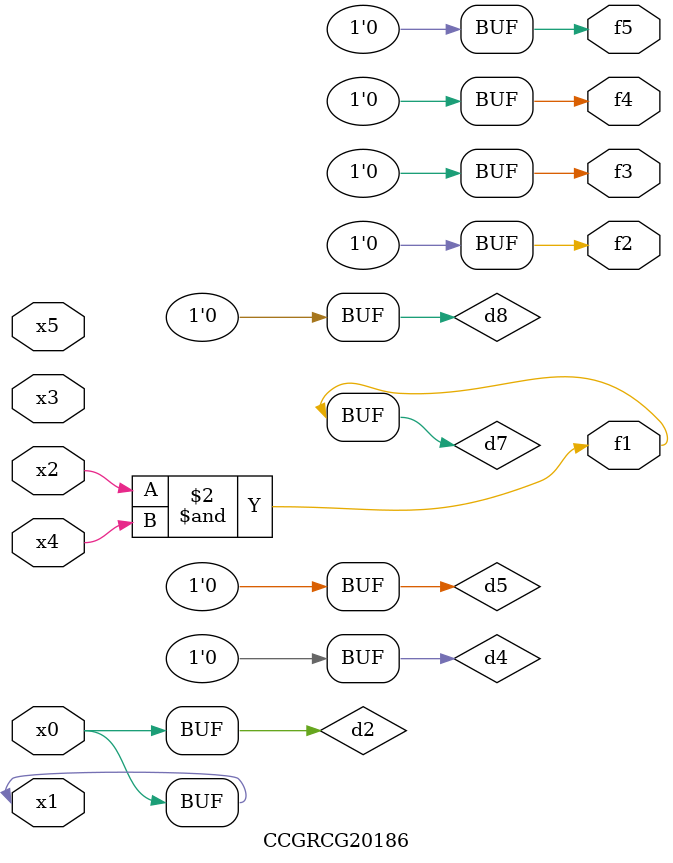
<source format=v>
module CCGRCG20186(
	input x0, x1, x2, x3, x4, x5,
	output f1, f2, f3, f4, f5
);

	wire d1, d2, d3, d4, d5, d6, d7, d8, d9;

	nand (d1, x1);
	buf (d2, x0, x1);
	nand (d3, x2, x4);
	and (d4, d1, d2);
	and (d5, d1, d2);
	nand (d6, d1, d3);
	not (d7, d3);
	xor (d8, d5);
	nor (d9, d5, d6);
	assign f1 = d7;
	assign f2 = d8;
	assign f3 = d8;
	assign f4 = d8;
	assign f5 = d8;
endmodule

</source>
